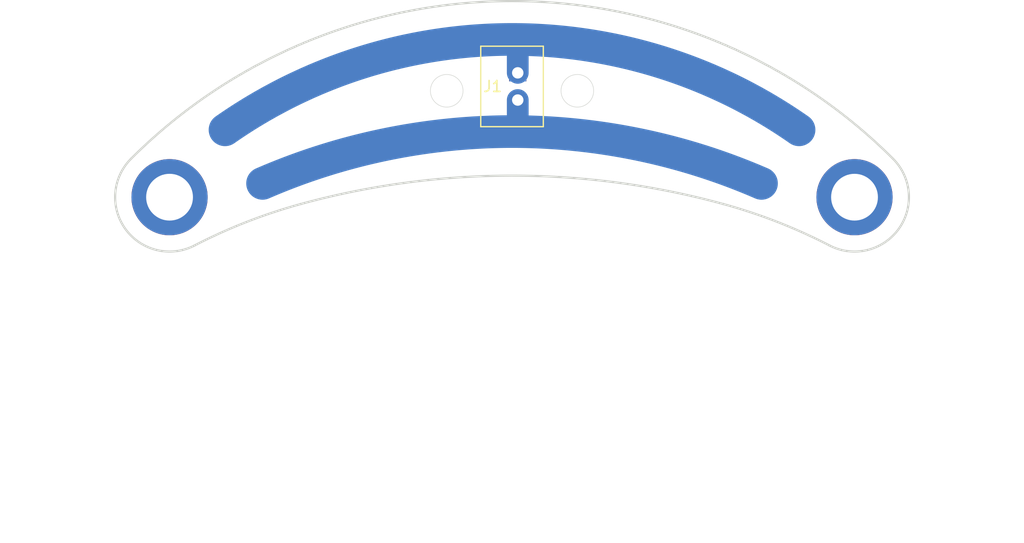
<source format=kicad_pcb>
(kicad_pcb (version 20240108) (generator "pcbnew") (generator_version "8.0")
  (layers (0 "F.Cu" signal) (31 "B.Cu" signal) (34 "B.Paste" user) (35 "F.Paste" user) (36 "B.SilkS" user "B.Silkscreen") (37 "F.SilkS" user "F.Silkscreen") (38 "B.Mask" user) (39 "F.Mask" user) (44 "Edge.Cuts" user))
  (net 0 "")
  (net 1 "+9V")
  (net 2 "GND")
  (footprint "MountingHole:MountingHole_4.3mm_M4_Pad_TopBottom" (layer "F.Cu") (at 117.7838 74.283696)
    (property "Reference" "REF**" (hide yes))
    (property "Value" "MountingHole_4.3mm_M4_Pad_TopBottom")
    (pad "1" thru_hole circle (at 0 0) (size 4.7 4.7) (drill 4.3) (layers "*.Cu" "*.Mask"))
    (pad "1" connect circle (at 0 0) (size 7 7) (layers "F.Cu" "F.Mask"))
    (pad "1" connect circle (at 0 0) (size 7 7) (layers "B.Cu" "B.Mask"))
  )
  (footprint "MountingHole:MountingHole_4.3mm_M4_Pad_TopBottom" (layer "F.Cu") (at 180.716304 74.2838)
    (property "Reference" "REF**" (hide yes))
    (property "Value" "MountingHole_4.3mm_M4_Pad_TopBottom")
    (pad "2" thru_hole circle (at 0 0) (size 4.7 4.7) (drill 4.3) (layers "*.Cu" "*.Mask"))
    (pad "2" connect circle (at 0 0) (size 7 7) (layers "F.Cu" "F.Mask"))
    (pad "2" connect circle (at 0 0) (size 7 7) (layers "B.Cu" "B.Mask"))
  )
  (footprint "B2B-XH-A:B2B-XH-A" (layer "F.Cu") (at 149.25 64.1 90)
    (property "Reference" "J1" (at 0 -1.774999 180) (layer "F.SilkS"))
    (property "Value" "B2B-XH-A")
    (fp_line (start 3.7 -2.875) (end 3.7 2.875) (stroke (width 0.127)) (layer "F.SilkS"))
    (fp_line (start -3.7 -2.875) (end 3.7 -2.875) (stroke (width 0.127)) (layer "F.SilkS"))
    (fp_line (start 3.7 2.875) (end -3.7 2.875) (stroke (width 0.127)) (layer "F.SilkS"))
    (fp_line (start -3.7 2.875) (end -3.7 -2.875) (stroke (width 0.127)) (layer "F.SilkS"))
    (pad "1" thru_hole rect (at 1.25 0.525001 90) (size 1.575 1.575) (drill 1.05) (layers "*.Cu" "*.Mask") (net 2 "GND"))
    (pad "2" thru_hole circle (at -1.25 0.525001 90) (size 1.575 1.575) (drill 1.05) (layers "*.Cu" "*.Mask") (net 1 "+9V"))
  )
  (gr_arc (start 122.879886 68.089441) (mid 149.250076 59.775) (end 175.620239 68.089529) (stroke (width 3)) (layer "B.Cu") (net 2))
  (gr_arc (start 126.329351 73.015805) (mid 149.250062 68.250001) (end 172.170758 73.015881) (stroke (width 3)) (layer "B.Cu") (net 1))
  (gr_arc (start 120.081068 78.724705) (mid 113.747755 77.235025) (end 114.248273 70.748156) (stroke (width 0.2)) (layer "Edge.Cuts"))
  (gr_arc (start 120.081068 78.724705) (mid 124.86113 76.561961) (end 129.841504 74.912014) (stroke (width 0.2)) (layer "Edge.Cuts"))
  (gr_arc (start 168.658599 74.912078) (mid 173.638968 76.56204) (end 178.419021 78.724802) (stroke (width 0.2)) (layer "Edge.Cuts"))
  (gr_arc (start 114.248273 70.748156) (mid 149.250083 56.25) (end 184.251844 70.748273) (stroke (width 0.2)) (layer "Edge.Cuts"))
  (gr_circle (center 155.25 64.5) (end 156.75 64.5) (stroke (width 0.05)) (fill none) (layer "Edge.Cuts"))
  (gr_arc (start 184.251844 70.748273) (mid 184.752343 77.235153) (end 178.419021 78.724802) (stroke (width 0.2)) (layer "Edge.Cuts"))
  (gr_arc (start 129.841504 74.912014) (mid 149.250056 72.301328) (end 168.658599 74.912078) (stroke (width 0.2)) (layer "Edge.Cuts"))
  (gr_circle (center 143.25 64.5) (end 144.75 64.5) (stroke (width 0.05)) (fill none) (layer "Edge.Cuts"))
  (segment (start 149.250062 68.250001) (end 149.775001 67.725062) (width 2) (layer "B.Cu") (net 1))
  (segment (start 149.775001 67.725062) (end 149.775001 65.35) (width 2) (layer "B.Cu") (net 1))
  (segment (start 149.775001 62.85) (end 149.775001 60.299925) (width 2) (layer "B.Cu") (net 2))
  (segment (start 149.25 59.775076) (end 149.25 59.774969) (width 2.1) (layer "B.Cu") (net 2))
  (segment (start 149.775001 60.299925) (end 149.250076 59.775) (width 2) (layer "B.Cu") (net 2))
)
</source>
